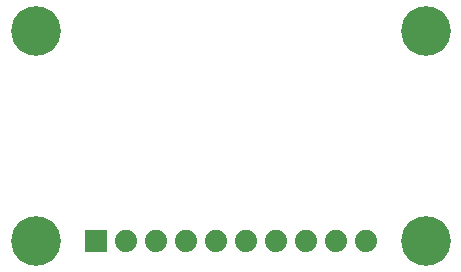
<source format=gbr>
G04 EAGLE Gerber RS-274X export*
G75*
%MOMM*%
%FSLAX34Y34*%
%LPD*%
%INSoldermask Bottom*%
%IPPOS*%
%AMOC8*
5,1,8,0,0,1.08239X$1,22.5*%
G01*
%ADD10R,1.879600X1.879600*%
%ADD11C,1.879600*%
%ADD12C,4.203200*%


D10*
X-114300Y-88900D03*
D11*
X-88900Y-88900D03*
X-63500Y-88900D03*
X-38100Y-88900D03*
X-12700Y-88900D03*
X12700Y-88900D03*
X38100Y-88900D03*
X63500Y-88900D03*
X88900Y-88900D03*
X114300Y-88900D03*
D12*
X165100Y-88900D03*
X165100Y88900D03*
X-165100Y88900D03*
X-165100Y-88900D03*
M02*

</source>
